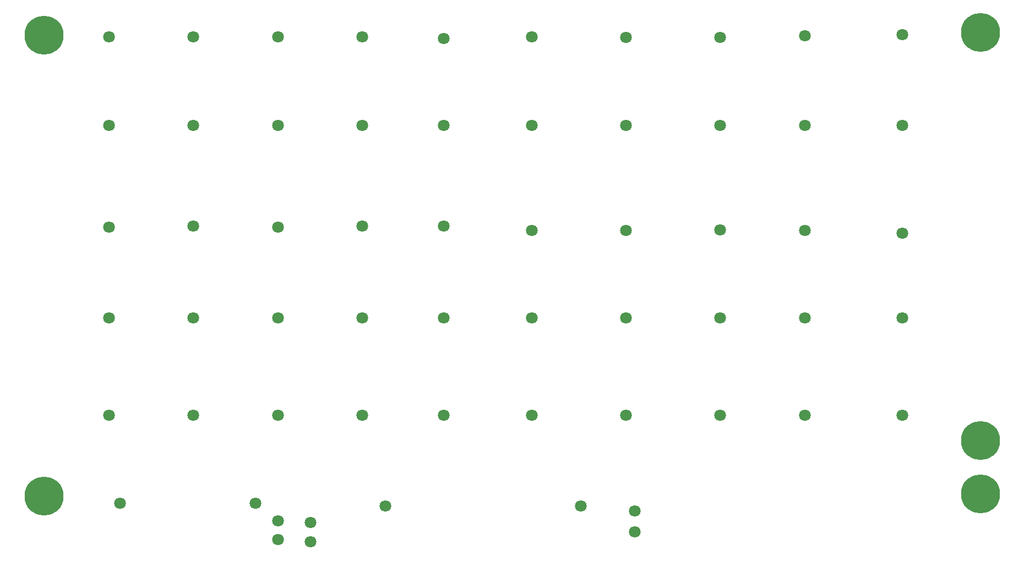
<source format=gbr>
%FSTAX25Y25*%
%MOMM*%
%SFA1B1*%

%IPPOS*%
%ADD15C,1.799996*%
%ADD16C,5.999988*%
%LNldo_test_pads_bot-1*%
%LPD*%
G54D15*
X7099998Y4582497D03*
Y4870881D03*
X7599997Y4549998D03*
Y4849997D03*
X11755597Y5099999D03*
X4669998Y5139997D03*
X12584998Y4699998D03*
Y5024998D03*
X8749997Y5099999D03*
X6754997Y5144998D03*
X12449997Y6494998D03*
X13899997D03*
X15199997D03*
X16699999D03*
X9649998D03*
X8399998D03*
X7099998D03*
X5799998D03*
X4499998D03*
X16699999Y7999999D03*
X15199997D03*
X13899997D03*
X12449997D03*
X13899997Y9349999D03*
X10999998Y7999999D03*
X9649998D03*
X8399998D03*
X7099998D03*
X5799998D03*
X4499998D03*
X16699999Y9299999D03*
X15199997Y9344997D03*
X12449997D03*
X10999998D03*
X9649998Y9407499D03*
X8399998D03*
X7099998Y9393199D03*
X4499998Y9394997D03*
X5799998Y9407499D03*
X16699999Y10957499D03*
X15199997D03*
X13899997D03*
X12449997D03*
X10999998D03*
X9649998D03*
X8399998D03*
X7099998D03*
X5799998D03*
X4499998D03*
X16699999Y12355499D03*
X15199997Y12339398D03*
X13899997Y12316899D03*
X12449997Y12317498D03*
X9649998Y12294999D03*
X10999998Y12322497D03*
X8399998D03*
X7099998D03*
X5799998Y12319998D03*
X4499998Y12322497D03*
X10999998Y6494998D03*
G54D16*
X17899999Y6106203D03*
X3499998Y5249999D03*
X17899999Y5289397D03*
Y12389398D03*
X3499998Y12349998D03*
M02*
</source>
